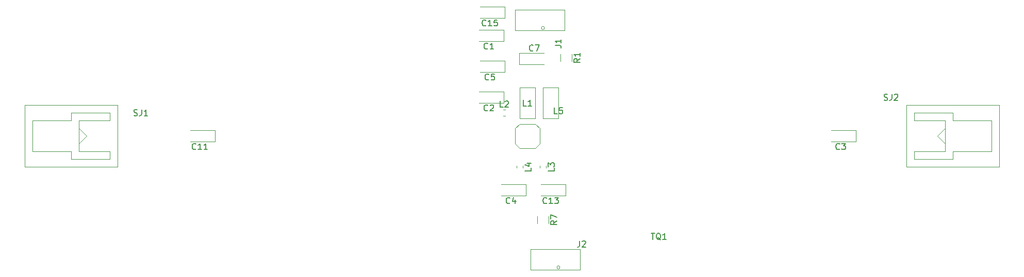
<source format=gbr>
G04 #@! TF.GenerationSoftware,KiCad,Pcbnew,5.1.2-f72e74a~84~ubuntu18.04.1*
G04 #@! TF.CreationDate,2019-11-12T11:29:02+01:00*
G04 #@! TF.ProjectId,matched_rf_amp,6d617463-6865-4645-9f72-665f616d702e,rev?*
G04 #@! TF.SameCoordinates,Original*
G04 #@! TF.FileFunction,Legend,Top*
G04 #@! TF.FilePolarity,Positive*
%FSLAX46Y46*%
G04 Gerber Fmt 4.6, Leading zero omitted, Abs format (unit mm)*
G04 Created by KiCad (PCBNEW 5.1.2-f72e74a~84~ubuntu18.04.1) date 2019-11-12 11:29:02*
%MOMM*%
%LPD*%
G04 APERTURE LIST*
%ADD10C,0.050000*%
%ADD11C,0.120000*%
%ADD12C,0.150000*%
G04 APERTURE END LIST*
D10*
X146050000Y-122460000D02*
X145320000Y-123190000D01*
X146050000Y-126460000D02*
X145320000Y-125730000D01*
X149320000Y-125730000D02*
X148590000Y-126460000D01*
X148590000Y-122460000D02*
X149320000Y-123190000D01*
X146050000Y-122460000D02*
X148590000Y-122460000D01*
X149320000Y-123190000D02*
X149320000Y-125730000D01*
X145320000Y-125730000D02*
X145320000Y-123190000D01*
X146050000Y-126460000D02*
X148590000Y-126460000D01*
D11*
X152400000Y-116510000D02*
X152400000Y-121590000D01*
X149860000Y-116510000D02*
X149880000Y-121590000D01*
X149880000Y-121590000D02*
X152380000Y-121590000D01*
X149880000Y-116510000D02*
X152380000Y-116510000D01*
X215900000Y-125730000D02*
X214630000Y-124460000D01*
X215900000Y-123190000D02*
X214630000Y-124460000D01*
X209550000Y-129540000D02*
X224790000Y-129540000D01*
X224790000Y-119380000D02*
X209550000Y-119380000D01*
X210820000Y-127000000D02*
X210820000Y-128270000D01*
X215900000Y-127000000D02*
X210820000Y-127000000D01*
X215900000Y-121920000D02*
X215900000Y-127000000D01*
X210820000Y-121920000D02*
X215900000Y-121920000D01*
X210820000Y-120650000D02*
X210820000Y-121920000D01*
X223520000Y-121920000D02*
X223520000Y-127000000D01*
X217170000Y-121920000D02*
X223520000Y-121920000D01*
X217170000Y-120650000D02*
X217170000Y-121920000D01*
X217170000Y-127000000D02*
X223520000Y-127000000D01*
X217170000Y-128270000D02*
X217170000Y-127000000D01*
X224790000Y-129540000D02*
X224790000Y-119380000D01*
X209550000Y-119380000D02*
X209550000Y-129540000D01*
X217170000Y-128270000D02*
X210820000Y-128270000D01*
X210820000Y-120650000D02*
X217170000Y-120650000D01*
X73660000Y-123190000D02*
X74930000Y-124460000D01*
X73660000Y-125730000D02*
X74930000Y-124460000D01*
X80010000Y-119380000D02*
X64770000Y-119380000D01*
X64770000Y-129540000D02*
X80010000Y-129540000D01*
X78740000Y-121920000D02*
X78740000Y-120650000D01*
X73660000Y-121920000D02*
X78740000Y-121920000D01*
X73660000Y-127000000D02*
X73660000Y-121920000D01*
X78740000Y-127000000D02*
X73660000Y-127000000D01*
X78740000Y-128270000D02*
X78740000Y-127000000D01*
X66040000Y-127000000D02*
X66040000Y-121920000D01*
X72390000Y-127000000D02*
X66040000Y-127000000D01*
X72390000Y-128270000D02*
X72390000Y-127000000D01*
X72390000Y-121920000D02*
X66040000Y-121920000D01*
X72390000Y-120650000D02*
X72390000Y-121920000D01*
X64770000Y-119380000D02*
X64770000Y-129540000D01*
X80010000Y-129540000D02*
X80010000Y-119380000D01*
X72390000Y-120650000D02*
X78740000Y-120650000D01*
X78740000Y-128270000D02*
X72390000Y-128270000D01*
X152650000Y-146050000D02*
G75*
G03X152650000Y-146050000I-250000J0D01*
G01*
X155970000Y-146480000D02*
X147870000Y-146480000D01*
X147870000Y-143080000D02*
X155970000Y-143080000D01*
X155970000Y-146480000D02*
X155970000Y-143080000D01*
X147870000Y-146480000D02*
X147870000Y-143080000D01*
X148950000Y-137610436D02*
X148950000Y-138814564D01*
X150770000Y-137610436D02*
X150770000Y-138814564D01*
X152760000Y-110940436D02*
X152760000Y-112144564D01*
X154580000Y-110940436D02*
X154580000Y-112144564D01*
X145540000Y-129368733D02*
X145540000Y-129711267D01*
X146560000Y-129368733D02*
X146560000Y-129711267D01*
X149350000Y-129368733D02*
X149350000Y-129711267D01*
X150370000Y-129368733D02*
X150370000Y-129711267D01*
X143338733Y-121160000D02*
X143681267Y-121160000D01*
X143338733Y-120140000D02*
X143681267Y-120140000D01*
X148590000Y-116510000D02*
X148590000Y-121590000D01*
X146050000Y-116510000D02*
X146070000Y-121590000D01*
X146070000Y-121590000D02*
X148570000Y-121590000D01*
X146070000Y-116510000D02*
X148570000Y-116510000D01*
X150110000Y-106680000D02*
G75*
G03X150110000Y-106680000I-250000J0D01*
G01*
X153430000Y-107110000D02*
X145330000Y-107110000D01*
X145330000Y-103710000D02*
X153430000Y-103710000D01*
X153430000Y-107110000D02*
X153430000Y-103710000D01*
X145330000Y-107110000D02*
X145330000Y-103710000D01*
X143622500Y-103205000D02*
X139537500Y-103205000D01*
X143622500Y-105075000D02*
X143622500Y-103205000D01*
X139537500Y-105075000D02*
X143622500Y-105075000D01*
X153615000Y-132415000D02*
X149530000Y-132415000D01*
X153615000Y-134285000D02*
X153615000Y-132415000D01*
X149530000Y-134285000D02*
X153615000Y-134285000D01*
X95997500Y-123525000D02*
X91912500Y-123525000D01*
X95997500Y-125395000D02*
X95997500Y-123525000D01*
X91912500Y-125395000D02*
X95997500Y-125395000D01*
X145937500Y-112695000D02*
X150022500Y-112695000D01*
X145937500Y-110825000D02*
X145937500Y-112695000D01*
X150022500Y-110825000D02*
X145937500Y-110825000D01*
X143622500Y-112095000D02*
X139537500Y-112095000D01*
X143622500Y-113965000D02*
X143622500Y-112095000D01*
X139537500Y-113965000D02*
X143622500Y-113965000D01*
X147097500Y-132415000D02*
X143012500Y-132415000D01*
X147097500Y-134285000D02*
X147097500Y-132415000D01*
X143012500Y-134285000D02*
X147097500Y-134285000D01*
X201240000Y-123525000D02*
X197155000Y-123525000D01*
X201240000Y-125395000D02*
X201240000Y-123525000D01*
X197155000Y-125395000D02*
X201240000Y-125395000D01*
X143455000Y-117175000D02*
X139370000Y-117175000D01*
X143455000Y-119045000D02*
X143455000Y-117175000D01*
X139370000Y-119045000D02*
X143455000Y-119045000D01*
X143455000Y-107015000D02*
X139370000Y-107015000D01*
X143455000Y-108885000D02*
X143455000Y-107015000D01*
X139370000Y-108885000D02*
X143455000Y-108885000D01*
D12*
X167624285Y-140422380D02*
X168195714Y-140422380D01*
X167910000Y-141422380D02*
X167910000Y-140422380D01*
X169195714Y-141517619D02*
X169100476Y-141470000D01*
X169005238Y-141374761D01*
X168862380Y-141231904D01*
X168767142Y-141184285D01*
X168671904Y-141184285D01*
X168719523Y-141422380D02*
X168624285Y-141374761D01*
X168529047Y-141279523D01*
X168481428Y-141089047D01*
X168481428Y-140755714D01*
X168529047Y-140565238D01*
X168624285Y-140470000D01*
X168719523Y-140422380D01*
X168910000Y-140422380D01*
X169005238Y-140470000D01*
X169100476Y-140565238D01*
X169148095Y-140755714D01*
X169148095Y-141089047D01*
X169100476Y-141279523D01*
X169005238Y-141374761D01*
X168910000Y-141422380D01*
X168719523Y-141422380D01*
X170100476Y-141422380D02*
X169529047Y-141422380D01*
X169814761Y-141422380D02*
X169814761Y-140422380D01*
X169719523Y-140565238D01*
X169624285Y-140660476D01*
X169529047Y-140708095D01*
X152233333Y-120772380D02*
X151757142Y-120772380D01*
X151757142Y-119772380D01*
X153042857Y-119772380D02*
X152566666Y-119772380D01*
X152519047Y-120248571D01*
X152566666Y-120200952D01*
X152661904Y-120153333D01*
X152900000Y-120153333D01*
X152995238Y-120200952D01*
X153042857Y-120248571D01*
X153090476Y-120343809D01*
X153090476Y-120581904D01*
X153042857Y-120677142D01*
X152995238Y-120724761D01*
X152900000Y-120772380D01*
X152661904Y-120772380D01*
X152566666Y-120724761D01*
X152519047Y-120677142D01*
X205867142Y-118514761D02*
X206010000Y-118562380D01*
X206248095Y-118562380D01*
X206343333Y-118514761D01*
X206390952Y-118467142D01*
X206438571Y-118371904D01*
X206438571Y-118276666D01*
X206390952Y-118181428D01*
X206343333Y-118133809D01*
X206248095Y-118086190D01*
X206057619Y-118038571D01*
X205962380Y-117990952D01*
X205914761Y-117943333D01*
X205867142Y-117848095D01*
X205867142Y-117752857D01*
X205914761Y-117657619D01*
X205962380Y-117610000D01*
X206057619Y-117562380D01*
X206295714Y-117562380D01*
X206438571Y-117610000D01*
X207152857Y-117562380D02*
X207152857Y-118276666D01*
X207105238Y-118419523D01*
X207010000Y-118514761D01*
X206867142Y-118562380D01*
X206771904Y-118562380D01*
X207581428Y-117657619D02*
X207629047Y-117610000D01*
X207724285Y-117562380D01*
X207962380Y-117562380D01*
X208057619Y-117610000D01*
X208105238Y-117657619D01*
X208152857Y-117752857D01*
X208152857Y-117848095D01*
X208105238Y-117990952D01*
X207533809Y-118562380D01*
X208152857Y-118562380D01*
X82677142Y-121054761D02*
X82820000Y-121102380D01*
X83058095Y-121102380D01*
X83153333Y-121054761D01*
X83200952Y-121007142D01*
X83248571Y-120911904D01*
X83248571Y-120816666D01*
X83200952Y-120721428D01*
X83153333Y-120673809D01*
X83058095Y-120626190D01*
X82867619Y-120578571D01*
X82772380Y-120530952D01*
X82724761Y-120483333D01*
X82677142Y-120388095D01*
X82677142Y-120292857D01*
X82724761Y-120197619D01*
X82772380Y-120150000D01*
X82867619Y-120102380D01*
X83105714Y-120102380D01*
X83248571Y-120150000D01*
X83962857Y-120102380D02*
X83962857Y-120816666D01*
X83915238Y-120959523D01*
X83820000Y-121054761D01*
X83677142Y-121102380D01*
X83581904Y-121102380D01*
X84962857Y-121102380D02*
X84391428Y-121102380D01*
X84677142Y-121102380D02*
X84677142Y-120102380D01*
X84581904Y-120245238D01*
X84486666Y-120340476D01*
X84391428Y-120388095D01*
X155876666Y-141692380D02*
X155876666Y-142406666D01*
X155829047Y-142549523D01*
X155733809Y-142644761D01*
X155590952Y-142692380D01*
X155495714Y-142692380D01*
X156305238Y-141787619D02*
X156352857Y-141740000D01*
X156448095Y-141692380D01*
X156686190Y-141692380D01*
X156781428Y-141740000D01*
X156829047Y-141787619D01*
X156876666Y-141882857D01*
X156876666Y-141978095D01*
X156829047Y-142120952D01*
X156257619Y-142692380D01*
X156876666Y-142692380D01*
X152132380Y-138379166D02*
X151656190Y-138712500D01*
X152132380Y-138950595D02*
X151132380Y-138950595D01*
X151132380Y-138569642D01*
X151180000Y-138474404D01*
X151227619Y-138426785D01*
X151322857Y-138379166D01*
X151465714Y-138379166D01*
X151560952Y-138426785D01*
X151608571Y-138474404D01*
X151656190Y-138569642D01*
X151656190Y-138950595D01*
X151132380Y-138045833D02*
X151132380Y-137379166D01*
X152132380Y-137807738D01*
X155942380Y-111709166D02*
X155466190Y-112042500D01*
X155942380Y-112280595D02*
X154942380Y-112280595D01*
X154942380Y-111899642D01*
X154990000Y-111804404D01*
X155037619Y-111756785D01*
X155132857Y-111709166D01*
X155275714Y-111709166D01*
X155370952Y-111756785D01*
X155418571Y-111804404D01*
X155466190Y-111899642D01*
X155466190Y-112280595D01*
X155942380Y-110756785D02*
X155942380Y-111328214D01*
X155942380Y-111042500D02*
X154942380Y-111042500D01*
X155085238Y-111137738D01*
X155180476Y-111232976D01*
X155228095Y-111328214D01*
X147932380Y-129706666D02*
X147932380Y-130182857D01*
X146932380Y-130182857D01*
X147265714Y-128944761D02*
X147932380Y-128944761D01*
X146884761Y-129182857D02*
X147599047Y-129420952D01*
X147599047Y-128801904D01*
X151742380Y-129706666D02*
X151742380Y-130182857D01*
X150742380Y-130182857D01*
X150742380Y-129468571D02*
X150742380Y-128849523D01*
X151123333Y-129182857D01*
X151123333Y-129040000D01*
X151170952Y-128944761D01*
X151218571Y-128897142D01*
X151313809Y-128849523D01*
X151551904Y-128849523D01*
X151647142Y-128897142D01*
X151694761Y-128944761D01*
X151742380Y-129040000D01*
X151742380Y-129325714D01*
X151694761Y-129420952D01*
X151647142Y-129468571D01*
X143343333Y-119672380D02*
X142867142Y-119672380D01*
X142867142Y-118672380D01*
X143629047Y-118767619D02*
X143676666Y-118720000D01*
X143771904Y-118672380D01*
X144010000Y-118672380D01*
X144105238Y-118720000D01*
X144152857Y-118767619D01*
X144200476Y-118862857D01*
X144200476Y-118958095D01*
X144152857Y-119100952D01*
X143581428Y-119672380D01*
X144200476Y-119672380D01*
X147153333Y-119502380D02*
X146677142Y-119502380D01*
X146677142Y-118502380D01*
X148010476Y-119502380D02*
X147439047Y-119502380D01*
X147724761Y-119502380D02*
X147724761Y-118502380D01*
X147629523Y-118645238D01*
X147534285Y-118740476D01*
X147439047Y-118788095D01*
X151852380Y-109553333D02*
X152566666Y-109553333D01*
X152709523Y-109600952D01*
X152804761Y-109696190D01*
X152852380Y-109839047D01*
X152852380Y-109934285D01*
X152852380Y-108553333D02*
X152852380Y-109124761D01*
X152852380Y-108839047D02*
X151852380Y-108839047D01*
X151995238Y-108934285D01*
X152090476Y-109029523D01*
X152138095Y-109124761D01*
X140494642Y-106247142D02*
X140447023Y-106294761D01*
X140304166Y-106342380D01*
X140208928Y-106342380D01*
X140066071Y-106294761D01*
X139970833Y-106199523D01*
X139923214Y-106104285D01*
X139875595Y-105913809D01*
X139875595Y-105770952D01*
X139923214Y-105580476D01*
X139970833Y-105485238D01*
X140066071Y-105390000D01*
X140208928Y-105342380D01*
X140304166Y-105342380D01*
X140447023Y-105390000D01*
X140494642Y-105437619D01*
X141447023Y-106342380D02*
X140875595Y-106342380D01*
X141161309Y-106342380D02*
X141161309Y-105342380D01*
X141066071Y-105485238D01*
X140970833Y-105580476D01*
X140875595Y-105628095D01*
X142351785Y-105342380D02*
X141875595Y-105342380D01*
X141827976Y-105818571D01*
X141875595Y-105770952D01*
X141970833Y-105723333D01*
X142208928Y-105723333D01*
X142304166Y-105770952D01*
X142351785Y-105818571D01*
X142399404Y-105913809D01*
X142399404Y-106151904D01*
X142351785Y-106247142D01*
X142304166Y-106294761D01*
X142208928Y-106342380D01*
X141970833Y-106342380D01*
X141875595Y-106294761D01*
X141827976Y-106247142D01*
X150487142Y-135457142D02*
X150439523Y-135504761D01*
X150296666Y-135552380D01*
X150201428Y-135552380D01*
X150058571Y-135504761D01*
X149963333Y-135409523D01*
X149915714Y-135314285D01*
X149868095Y-135123809D01*
X149868095Y-134980952D01*
X149915714Y-134790476D01*
X149963333Y-134695238D01*
X150058571Y-134600000D01*
X150201428Y-134552380D01*
X150296666Y-134552380D01*
X150439523Y-134600000D01*
X150487142Y-134647619D01*
X151439523Y-135552380D02*
X150868095Y-135552380D01*
X151153809Y-135552380D02*
X151153809Y-134552380D01*
X151058571Y-134695238D01*
X150963333Y-134790476D01*
X150868095Y-134838095D01*
X151772857Y-134552380D02*
X152391904Y-134552380D01*
X152058571Y-134933333D01*
X152201428Y-134933333D01*
X152296666Y-134980952D01*
X152344285Y-135028571D01*
X152391904Y-135123809D01*
X152391904Y-135361904D01*
X152344285Y-135457142D01*
X152296666Y-135504761D01*
X152201428Y-135552380D01*
X151915714Y-135552380D01*
X151820476Y-135504761D01*
X151772857Y-135457142D01*
X92869642Y-126567142D02*
X92822023Y-126614761D01*
X92679166Y-126662380D01*
X92583928Y-126662380D01*
X92441071Y-126614761D01*
X92345833Y-126519523D01*
X92298214Y-126424285D01*
X92250595Y-126233809D01*
X92250595Y-126090952D01*
X92298214Y-125900476D01*
X92345833Y-125805238D01*
X92441071Y-125710000D01*
X92583928Y-125662380D01*
X92679166Y-125662380D01*
X92822023Y-125710000D01*
X92869642Y-125757619D01*
X93822023Y-126662380D02*
X93250595Y-126662380D01*
X93536309Y-126662380D02*
X93536309Y-125662380D01*
X93441071Y-125805238D01*
X93345833Y-125900476D01*
X93250595Y-125948095D01*
X94774404Y-126662380D02*
X94202976Y-126662380D01*
X94488690Y-126662380D02*
X94488690Y-125662380D01*
X94393452Y-125805238D01*
X94298214Y-125900476D01*
X94202976Y-125948095D01*
X148255833Y-110367142D02*
X148208214Y-110414761D01*
X148065357Y-110462380D01*
X147970119Y-110462380D01*
X147827261Y-110414761D01*
X147732023Y-110319523D01*
X147684404Y-110224285D01*
X147636785Y-110033809D01*
X147636785Y-109890952D01*
X147684404Y-109700476D01*
X147732023Y-109605238D01*
X147827261Y-109510000D01*
X147970119Y-109462380D01*
X148065357Y-109462380D01*
X148208214Y-109510000D01*
X148255833Y-109557619D01*
X148589166Y-109462380D02*
X149255833Y-109462380D01*
X148827261Y-110462380D01*
X140970833Y-115137142D02*
X140923214Y-115184761D01*
X140780357Y-115232380D01*
X140685119Y-115232380D01*
X140542261Y-115184761D01*
X140447023Y-115089523D01*
X140399404Y-114994285D01*
X140351785Y-114803809D01*
X140351785Y-114660952D01*
X140399404Y-114470476D01*
X140447023Y-114375238D01*
X140542261Y-114280000D01*
X140685119Y-114232380D01*
X140780357Y-114232380D01*
X140923214Y-114280000D01*
X140970833Y-114327619D01*
X141875595Y-114232380D02*
X141399404Y-114232380D01*
X141351785Y-114708571D01*
X141399404Y-114660952D01*
X141494642Y-114613333D01*
X141732738Y-114613333D01*
X141827976Y-114660952D01*
X141875595Y-114708571D01*
X141923214Y-114803809D01*
X141923214Y-115041904D01*
X141875595Y-115137142D01*
X141827976Y-115184761D01*
X141732738Y-115232380D01*
X141494642Y-115232380D01*
X141399404Y-115184761D01*
X141351785Y-115137142D01*
X144445833Y-135457142D02*
X144398214Y-135504761D01*
X144255357Y-135552380D01*
X144160119Y-135552380D01*
X144017261Y-135504761D01*
X143922023Y-135409523D01*
X143874404Y-135314285D01*
X143826785Y-135123809D01*
X143826785Y-134980952D01*
X143874404Y-134790476D01*
X143922023Y-134695238D01*
X144017261Y-134600000D01*
X144160119Y-134552380D01*
X144255357Y-134552380D01*
X144398214Y-134600000D01*
X144445833Y-134647619D01*
X145302976Y-134885714D02*
X145302976Y-135552380D01*
X145064880Y-134504761D02*
X144826785Y-135219047D01*
X145445833Y-135219047D01*
X198588333Y-126567142D02*
X198540714Y-126614761D01*
X198397857Y-126662380D01*
X198302619Y-126662380D01*
X198159761Y-126614761D01*
X198064523Y-126519523D01*
X198016904Y-126424285D01*
X197969285Y-126233809D01*
X197969285Y-126090952D01*
X198016904Y-125900476D01*
X198064523Y-125805238D01*
X198159761Y-125710000D01*
X198302619Y-125662380D01*
X198397857Y-125662380D01*
X198540714Y-125710000D01*
X198588333Y-125757619D01*
X198921666Y-125662380D02*
X199540714Y-125662380D01*
X199207380Y-126043333D01*
X199350238Y-126043333D01*
X199445476Y-126090952D01*
X199493095Y-126138571D01*
X199540714Y-126233809D01*
X199540714Y-126471904D01*
X199493095Y-126567142D01*
X199445476Y-126614761D01*
X199350238Y-126662380D01*
X199064523Y-126662380D01*
X198969285Y-126614761D01*
X198921666Y-126567142D01*
X140803333Y-120217142D02*
X140755714Y-120264761D01*
X140612857Y-120312380D01*
X140517619Y-120312380D01*
X140374761Y-120264761D01*
X140279523Y-120169523D01*
X140231904Y-120074285D01*
X140184285Y-119883809D01*
X140184285Y-119740952D01*
X140231904Y-119550476D01*
X140279523Y-119455238D01*
X140374761Y-119360000D01*
X140517619Y-119312380D01*
X140612857Y-119312380D01*
X140755714Y-119360000D01*
X140803333Y-119407619D01*
X141184285Y-119407619D02*
X141231904Y-119360000D01*
X141327142Y-119312380D01*
X141565238Y-119312380D01*
X141660476Y-119360000D01*
X141708095Y-119407619D01*
X141755714Y-119502857D01*
X141755714Y-119598095D01*
X141708095Y-119740952D01*
X141136666Y-120312380D01*
X141755714Y-120312380D01*
X140803333Y-110057142D02*
X140755714Y-110104761D01*
X140612857Y-110152380D01*
X140517619Y-110152380D01*
X140374761Y-110104761D01*
X140279523Y-110009523D01*
X140231904Y-109914285D01*
X140184285Y-109723809D01*
X140184285Y-109580952D01*
X140231904Y-109390476D01*
X140279523Y-109295238D01*
X140374761Y-109200000D01*
X140517619Y-109152380D01*
X140612857Y-109152380D01*
X140755714Y-109200000D01*
X140803333Y-109247619D01*
X141755714Y-110152380D02*
X141184285Y-110152380D01*
X141470000Y-110152380D02*
X141470000Y-109152380D01*
X141374761Y-109295238D01*
X141279523Y-109390476D01*
X141184285Y-109438095D01*
M02*

</source>
